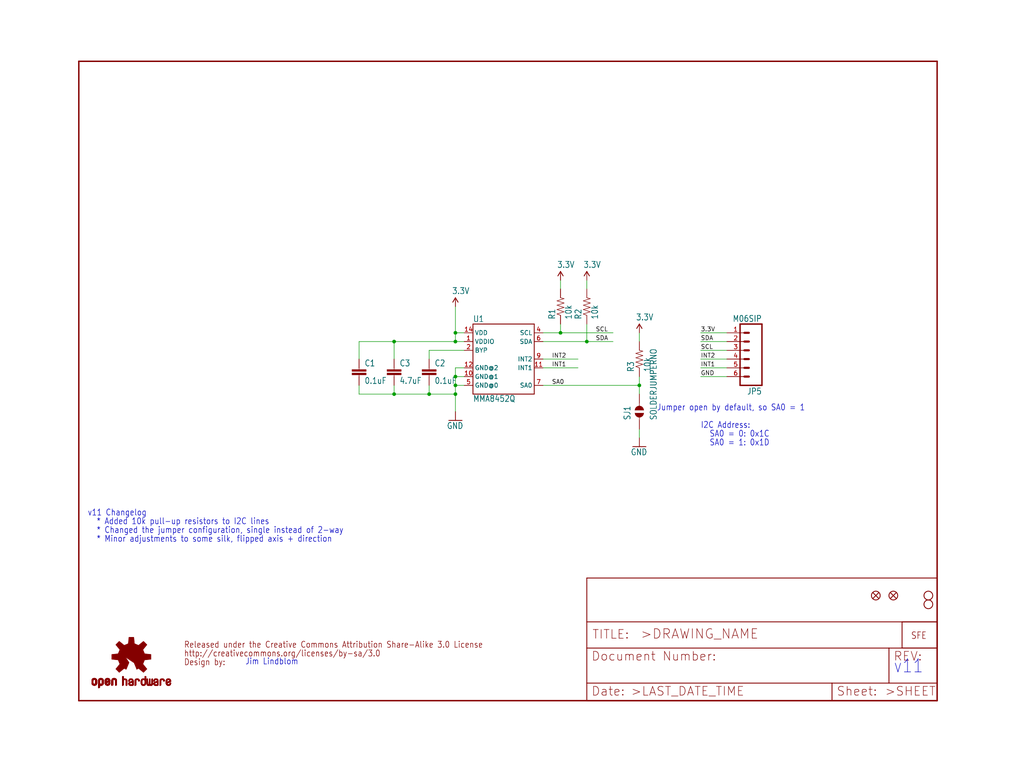
<source format=kicad_sch>
(kicad_sch (version 20211123) (generator eeschema)
  (paper "User" 297.002 223.926)
  (lib_symbols
    (symbol "eagleSchem-eagle-import:3.3V" (power)
      (property "Value" "3.3V" (at -1.016 3.556 0))
      (symbol "3.3V_1_0"
        (pin power_in line (at 0 0 90) (length 2.54) (name "3.3V") (number "1"))
      )
    )
    (symbol "eagleSchem-eagle-import:CAP0402-CAP"
      (property "Reference" "C" (at 1.524 2.921 0))
      (property "Value" "CAP0402-CAP" (at 1.524 -2.159 0))
      (symbol "CAP0402-CAP_1_0"
        (pin passive line (at 0 5.08 270) (length 2.54) (name "1") (number "1"))
        (pin passive line (at 0 -2.54 90) (length 2.54) (name "2") (number "2"))
      )
    )
    (symbol "eagleSchem-eagle-import:CREATIVE_COMMONS"
      (symbol "CREATIVE_COMMONS_1_0"
        (text "Design by:" (at 0 0 0) (effects (font (size 1.778 1.5113)) (justify left bottom)))
        (text "http://creativecommons.org/licenses/by-sa/3.0" (at 0 2.54 0) (effects (font (size 1.778 1.5113)) (justify left bottom)))
        (text "Released under the Creative Commons Attribution Share-Alike 3.0 License" (at 0 5.08 0) (effects (font (size 1.778 1.5113)) (justify left bottom)))
      )
    )
    (symbol "eagleSchem-eagle-import:FIDUCIALUFIDUCIAL")
    (symbol "eagleSchem-eagle-import:FRAME-LETTER"
      (symbol "FRAME-LETTER_2_0"
        (text ">DRAWING_NAME" (at 15.494 17.78 0) (effects (font (size 2.7432 2.7432)) (justify left bottom)))
        (text ">LAST_DATE_TIME" (at 12.7 1.27 0) (effects (font (size 2.54 2.54)) (justify left bottom)))
        (text ">SHEET" (at 86.36 1.27 0) (effects (font (size 2.54 2.54)) (justify left bottom)))
        (text "Date:" (at 1.27 1.27 0) (effects (font (size 2.54 2.54)) (justify left bottom)))
        (text "Document Number:" (at 1.27 11.43 0) (effects (font (size 2.54 2.54)) (justify left bottom)))
        (text "REV:" (at 88.9 11.43 0) (effects (font (size 2.54 2.54)) (justify left bottom)))
        (text "Sheet:" (at 72.39 1.27 0) (effects (font (size 2.54 2.54)) (justify left bottom)))
        (text "TITLE:" (at 1.524 17.78 0) (effects (font (size 2.54 2.54)) (justify left bottom)))
      )
    )
    (symbol "eagleSchem-eagle-import:GND" (power)
      (property "Value" "GND" (at -2.54 -2.54 0))
      (symbol "GND_1_0"
        (pin power_in line (at 0 2.54 270) (length 2.54) (name "GND") (number "1"))
      )
    )
    (symbol "eagleSchem-eagle-import:LOGO-SFESK"
      (symbol "LOGO-SFESK_1_0"
        (text "SFE" (at 0 0 0) (effects (font (size 1.9304 1.6408)) (justify left bottom)))
      )
    )
    (symbol "eagleSchem-eagle-import:M06SIP"
      (property "Reference" "JP" (at -5.08 10.922 0))
      (property "Value" "M06SIP" (at -5.08 -10.16 0))
      (symbol "M06SIP_1_0"
        (pin passive line (at 5.08 -5.08 180) (length 5.08) (name "1") (number "1"))
        (pin passive line (at 5.08 -2.54 180) (length 5.08) (name "2") (number "2"))
        (pin passive line (at 5.08 0 180) (length 5.08) (name "3") (number "3"))
        (pin passive line (at 5.08 2.54 180) (length 5.08) (name "4") (number "4"))
        (pin passive line (at 5.08 5.08 180) (length 5.08) (name "5") (number "5"))
        (pin passive line (at 5.08 7.62 180) (length 5.08) (name "6") (number "6"))
      )
    )
    (symbol "eagleSchem-eagle-import:MMA8452Q"
      (property "Reference" "U" (at -7.62 10.668 0))
      (property "Value" "MMA8452Q" (at -7.62 -12.446 0))
      (symbol "MMA8452Q_1_0"
        (pin bidirectional line (at -10.16 5.08 0) (length 2.54) (name "VDDIO") (number "1"))
        (pin bidirectional line (at -10.16 -5.08 0) (length 2.54) (name "GND@1") (number "10"))
        (pin bidirectional line (at 12.7 -2.54 180) (length 2.54) (name "INT1") (number "11"))
        (pin bidirectional line (at -10.16 -2.54 0) (length 2.54) (name "GND@2") (number "12"))
        (pin bidirectional line (at -10.16 7.62 0) (length 2.54) (name "VDD") (number "14"))
        (pin bidirectional line (at -10.16 2.54 0) (length 2.54) (name "BYP") (number "2"))
        (pin bidirectional line (at 12.7 7.62 180) (length 2.54) (name "SCL") (number "4"))
        (pin bidirectional line (at -10.16 -7.62 0) (length 2.54) (name "GND@0") (number "5"))
        (pin bidirectional line (at 12.7 5.08 180) (length 2.54) (name "SDA") (number "6"))
        (pin bidirectional line (at 12.7 -7.62 180) (length 2.54) (name "SA0") (number "7"))
        (pin bidirectional line (at 12.7 0 180) (length 2.54) (name "INT2") (number "9"))
      )
    )
    (symbol "eagleSchem-eagle-import:OSHW-LOGOS")
    (symbol "eagleSchem-eagle-import:RESISTOR0402-RES"
      (property "Reference" "R" (at -3.81 1.4986 0))
      (property "Value" "RESISTOR0402-RES" (at -3.81 -3.302 0))
      (symbol "RESISTOR0402-RES_1_0"
        (pin passive line (at -5.08 0 0) (length 2.54) (name "1") (number "1"))
        (pin passive line (at 5.08 0 180) (length 2.54) (name "2") (number "2"))
      )
    )
    (symbol "eagleSchem-eagle-import:SOLDERJUMPERNO"
      (property "Reference" "SJ" (at -2.54 2.54 0))
      (property "Value" "SOLDERJUMPERNO" (at -2.54 -5.08 0))
      (symbol "SOLDERJUMPERNO_1_0"
        (pin passive line (at -5.08 0 0) (length 2.54) (name "1") (number "1"))
        (pin passive line (at 5.08 0 180) (length 2.54) (name "2") (number "2"))
      )
    )
    (symbol "eagleSchem-eagle-import:STAND-OFF")
  )
  (junction (at 132.08 111.76))
  (junction (at 132.08 96.52))
  (junction (at 162.56 96.52))
  (junction (at 114.3 99.06))
  (junction (at 132.08 109.22))
  (junction (at 124.46 114.3))
  (junction (at 170.18 99.06))
  (junction (at 114.3 114.3))
  (junction (at 185.42 111.76))
  (junction (at 132.08 114.3))
  (junction (at 132.08 99.06))
  (wire (pts (xy 124.46 101.6) (xy 124.46 104.14)))
  (wire (pts (xy 124.46 111.76) (xy 124.46 114.3)))
  (wire (pts (xy 162.56 81.28) (xy 162.56 83.82)))
  (wire (pts (xy 132.08 106.68) (xy 132.08 109.22)))
  (wire (pts (xy 210.82 99.06) (xy 203.2 99.06)))
  (wire (pts (xy 170.18 99.06) (xy 170.18 93.98)))
  (wire (pts (xy 132.08 111.76) (xy 132.08 114.3)))
  (wire (pts (xy 185.42 114.3) (xy 185.42 111.76)))
  (wire (pts (xy 104.14 104.14) (xy 104.14 99.06)))
  (wire (pts (xy 114.3 111.76) (xy 114.3 114.3)))
  (wire (pts (xy 185.42 111.76) (xy 185.42 109.22)))
  (wire (pts (xy 210.82 109.22) (xy 203.2 109.22)))
  (wire (pts (xy 114.3 99.06) (xy 132.08 99.06)))
  (wire (pts (xy 157.48 106.68) (xy 167.64 106.68)))
  (wire (pts (xy 157.48 99.06) (xy 170.18 99.06)))
  (wire (pts (xy 162.56 96.52) (xy 162.56 93.98)))
  (wire (pts (xy 210.82 101.6) (xy 203.2 101.6)))
  (wire (pts (xy 132.08 96.52) (xy 132.08 88.9)))
  (wire (pts (xy 157.48 111.76) (xy 185.42 111.76)))
  (wire (pts (xy 104.14 114.3) (xy 114.3 114.3)))
  (wire (pts (xy 134.62 106.68) (xy 132.08 106.68)))
  (wire (pts (xy 210.82 104.14) (xy 203.2 104.14)))
  (wire (pts (xy 104.14 99.06) (xy 114.3 99.06)))
  (wire (pts (xy 132.08 114.3) (xy 132.08 119.38)))
  (wire (pts (xy 104.14 111.76) (xy 104.14 114.3)))
  (wire (pts (xy 157.48 96.52) (xy 162.56 96.52)))
  (wire (pts (xy 210.82 106.68) (xy 203.2 106.68)))
  (wire (pts (xy 134.62 111.76) (xy 132.08 111.76)))
  (wire (pts (xy 124.46 114.3) (xy 132.08 114.3)))
  (wire (pts (xy 185.42 127) (xy 185.42 124.46)))
  (wire (pts (xy 134.62 96.52) (xy 132.08 96.52)))
  (wire (pts (xy 170.18 81.28) (xy 170.18 83.82)))
  (wire (pts (xy 134.62 109.22) (xy 132.08 109.22)))
  (wire (pts (xy 132.08 109.22) (xy 132.08 111.76)))
  (wire (pts (xy 157.48 104.14) (xy 167.64 104.14)))
  (wire (pts (xy 162.56 96.52) (xy 177.8 96.52)))
  (wire (pts (xy 134.62 101.6) (xy 124.46 101.6)))
  (wire (pts (xy 132.08 99.06) (xy 132.08 96.52)))
  (wire (pts (xy 134.62 99.06) (xy 132.08 99.06)))
  (wire (pts (xy 114.3 104.14) (xy 114.3 99.06)))
  (wire (pts (xy 185.42 96.52) (xy 185.42 99.06)))
  (wire (pts (xy 114.3 114.3) (xy 124.46 114.3)))
  (wire (pts (xy 170.18 99.06) (xy 177.8 99.06)))
  (wire (pts (xy 210.82 96.52) (xy 203.2 96.52)))
  (text "v11" (at 259.08 195.58 180) (effects (font (size 3.81 3.2385)) (justify left bottom)))
  (text "* Minor adjustments to some silk, flipped axis + direction" (at 27.94 157.48 0) (effects (font (size 1.778 1.5113)) (justify left bottom)))
  (text "Jumper open by default, so SA0 = 1" (at 190.5 119.38 180) (effects (font (size 1.778 1.5113)) (justify left bottom)))
  (text "* Added 10k pull-up resistors to I2C lines" (at 27.94 152.4 180) (effects (font (size 1.778 1.5113)) (justify left bottom)))
  (text "SA0 = 1: 0x1D" (at 205.74 129.54 180) (effects (font (size 1.778 1.5113)) (justify left bottom)))
  (text "SA0 = 0: 0x1C" (at 205.74 127 180) (effects (font (size 1.778 1.5113)) (justify left bottom)))
  (text "Jim Lindblom" (at 71.12 193.04 180) (effects (font (size 1.778 1.5113)) (justify left bottom)))
  (text "* Changed the jumper configuration, single instead of 2-way" (at 27.94 154.94 0) (effects (font (size 1.778 1.5113)) (justify left bottom)))
  (text "v11 Changelog" (at 25.4 149.86 180) (effects (font (size 1.778 1.5113)) (justify left bottom)))
  (text "I2C Address:" (at 203.2 124.46 180) (effects (font (size 1.778 1.5113)) (justify left bottom)))
  (label "INT1" (at 160.02 106.68 0) (effects (font (size 1.2446 1.2446))))
  (label "INT2" (at 203.2 104.14 0) (effects (font (size 1.2446 1.2446))))
  (label "3.3V" (at 203.2 96.52 0) (effects (font (size 1.2446 1.2446))))
  (label "SA0" (at 160.02 111.76 0) (effects (font (size 1.2446 1.2446))))
  (label "INT1" (at 203.2 106.68 0) (effects (font (size 1.2446 1.2446))))
  (label "INT2" (at 160.02 104.14 0) (effects (font (size 1.2446 1.2446))))
  (label "SCL" (at 203.2 101.6 0) (effects (font (size 1.2446 1.2446))))
  (label "SCL" (at 172.72 96.52 0) (effects (font (size 1.2446 1.2446))))
  (label "GND" (at 203.2 109.22 0) (effects (font (size 1.2446 1.2446))))
  (label "SDA" (at 203.2 99.06 0) (effects (font (size 1.2446 1.2446))))
  (label "SDA" (at 172.72 99.06 0) (effects (font (size 1.2446 1.2446))))
  (symbol (lib_id "eagleSchem-eagle-import:SOLDERJUMPERNO") (at 185.42 119.38 90) (unit 1)
    (property "Reference" "SJ1" (at 182.88 121.92 0) (effects (font (size 1.778 1.5113)) (justify left bottom)))
    (property "Value" "SOLDERJUMPERNO" (at 190.5 121.92 0) (effects (font (size 1.778 1.5113)) (justify left bottom)))
    (property "Footprint" "eagleSchem:SJ_2S-NO" (effects hide))
  )
  (symbol (lib_id "eagleSchem-eagle-import:CREATIVE_COMMONS") (at 53.34 193.04 0) (unit 1)
    (property "Reference" "U$2" (effects hide))
    (property "Value" "CREATIVE_COMMONS" (effects hide))
    (property "Footprint" "eagleSchem:CREATIVE_COMMONS" (effects hide))
  )
  (symbol (lib_id "eagleSchem-eagle-import:RESISTOR0402-RES") (at 185.42 104.14 90) (unit 1)
    (property "Reference" "R3" (at 183.9214 107.95 0) (effects (font (size 1.778 1.5113)) (justify left bottom)))
    (property "Value" "10k" (at 188.722 107.95 0) (effects (font (size 1.778 1.5113)) (justify left bottom)))
    (property "Footprint" "eagleSchem:0402-RES" (effects hide))
  )
  (symbol (lib_id "eagleSchem-eagle-import:CAP0402-CAP") (at 124.46 109.22 0) (unit 1)
    (property "Reference" "C2" (at 125.984 106.299 0) (effects (font (size 1.778 1.5113)) (justify left bottom)))
    (property "Value" "0.1uF" (at 125.984 111.379 0) (effects (font (size 1.778 1.5113)) (justify left bottom)))
    (property "Footprint" "eagleSchem:0402-CAP" (effects hide))
  )
  (symbol (lib_id "eagleSchem-eagle-import:3.3V") (at 170.18 81.28 0) (unit 1)
    (property "Reference" "#P+3" (effects hide))
    (property "Value" "3.3V" (at 169.164 77.724 0) (effects (font (size 1.778 1.5113)) (justify left bottom)))
    (property "Footprint" "eagleSchem:" (effects hide))
  )
  (symbol (lib_id "eagleSchem-eagle-import:FIDUCIALUFIDUCIAL") (at 254 172.72 0) (unit 1)
    (property "Reference" "JP2" (effects hide))
    (property "Value" "FIDUCIALUFIDUCIAL" (effects hide))
    (property "Footprint" "eagleSchem:MICRO-FIDUCIAL" (effects hide))
  )
  (symbol (lib_id "eagleSchem-eagle-import:3.3V") (at 132.08 88.9 0) (unit 1)
    (property "Reference" "#P+1" (effects hide))
    (property "Value" "3.3V" (at 131.064 85.344 0) (effects (font (size 1.778 1.5113)) (justify left bottom)))
    (property "Footprint" "eagleSchem:" (effects hide))
  )
  (symbol (lib_id "eagleSchem-eagle-import:RESISTOR0402-RES") (at 162.56 88.9 90) (unit 1)
    (property "Reference" "R1" (at 161.0614 92.71 0) (effects (font (size 1.778 1.5113)) (justify left bottom)))
    (property "Value" "10k" (at 165.862 92.71 0) (effects (font (size 1.778 1.5113)) (justify left bottom)))
    (property "Footprint" "eagleSchem:0402-RES" (effects hide))
  )
  (symbol (lib_id "eagleSchem-eagle-import:M06SIP") (at 215.9 101.6 180) (unit 1)
    (property "Reference" "JP5" (at 220.98 112.522 0) (effects (font (size 1.778 1.5113)) (justify left bottom)))
    (property "Value" "M06SIP" (at 220.98 91.44 0) (effects (font (size 1.778 1.5113)) (justify left bottom)))
    (property "Footprint" "eagleSchem:1X06" (effects hide))
  )
  (symbol (lib_id "eagleSchem-eagle-import:GND") (at 132.08 121.92 0) (unit 1)
    (property "Reference" "#GND1" (effects hide))
    (property "Value" "GND" (at 129.54 124.46 0) (effects (font (size 1.778 1.5113)) (justify left bottom)))
    (property "Footprint" "eagleSchem:" (effects hide))
  )
  (symbol (lib_id "eagleSchem-eagle-import:LOGO-SFESK") (at 264.16 185.42 0) (unit 1)
    (property "Reference" "JP1" (effects hide))
    (property "Value" "LOGO-SFESK" (effects hide))
    (property "Footprint" "eagleSchem:SFE-LOGO-FLAME" (effects hide))
  )
  (symbol (lib_id "eagleSchem-eagle-import:OSHW-LOGOS") (at 38.1 190.5 0) (unit 1)
    (property "Reference" "U$1" (effects hide))
    (property "Value" "OSHW-LOGOS" (effects hide))
    (property "Footprint" "eagleSchem:OSHW-LOGO-S" (effects hide))
  )
  (symbol (lib_id "eagleSchem-eagle-import:MMA8452Q") (at 144.78 104.14 0) (unit 1)
    (property "Reference" "U1" (at 137.16 93.472 0) (effects (font (size 1.778 1.5113)) (justify left bottom)))
    (property "Value" "MMA8452Q" (at 137.16 116.586 0) (effects (font (size 1.778 1.5113)) (justify left bottom)))
    (property "Footprint" "eagleSchem:QFN-16_0.5MM" (effects hide))
  )
  (symbol (lib_id "eagleSchem-eagle-import:CAP0402-CAP") (at 104.14 109.22 0) (unit 1)
    (property "Reference" "C1" (at 105.664 106.299 0) (effects (font (size 1.778 1.5113)) (justify left bottom)))
    (property "Value" "0.1uF" (at 105.664 111.379 0) (effects (font (size 1.778 1.5113)) (justify left bottom)))
    (property "Footprint" "eagleSchem:0402-CAP" (effects hide))
  )
  (symbol (lib_id "eagleSchem-eagle-import:FRAME-LETTER") (at 22.86 203.2 0) (unit 1)
    (property "Reference" "#FRAME1" (effects hide))
    (property "Value" "FRAME-LETTER" (effects hide))
    (property "Footprint" "eagleSchem:" (effects hide))
  )
  (symbol (lib_id "eagleSchem-eagle-import:RESISTOR0402-RES") (at 170.18 88.9 90) (unit 1)
    (property "Reference" "R2" (at 168.6814 92.71 0) (effects (font (size 1.778 1.5113)) (justify left bottom)))
    (property "Value" "10k" (at 173.482 92.71 0) (effects (font (size 1.778 1.5113)) (justify left bottom)))
    (property "Footprint" "eagleSchem:0402-RES" (effects hide))
  )
  (symbol (lib_id "eagleSchem-eagle-import:CAP0402-CAP") (at 114.3 109.22 0) (unit 1)
    (property "Reference" "C3" (at 115.824 106.299 0) (effects (font (size 1.778 1.5113)) (justify left bottom)))
    (property "Value" "4.7uF" (at 115.824 111.379 0) (effects (font (size 1.778 1.5113)) (justify left bottom)))
    (property "Footprint" "eagleSchem:0402-CAP" (effects hide))
  )
  (symbol (lib_id "eagleSchem-eagle-import:GND") (at 185.42 129.54 0) (unit 1)
    (property "Reference" "#GND2" (effects hide))
    (property "Value" "GND" (at 182.88 132.08 0) (effects (font (size 1.778 1.5113)) (justify left bottom)))
    (property "Footprint" "eagleSchem:" (effects hide))
  )
  (symbol (lib_id "eagleSchem-eagle-import:STAND-OFF") (at 269.24 172.72 0) (unit 1)
    (property "Reference" "JP3" (effects hide))
    (property "Value" "STAND-OFF" (effects hide))
    (property "Footprint" "eagleSchem:STAND-OFF" (effects hide))
  )
  (symbol (lib_id "eagleSchem-eagle-import:3.3V") (at 162.56 81.28 0) (unit 1)
    (property "Reference" "#P+2" (effects hide))
    (property "Value" "3.3V" (at 161.544 77.724 0) (effects (font (size 1.778 1.5113)) (justify left bottom)))
    (property "Footprint" "eagleSchem:" (effects hide))
  )
  (symbol (lib_id "eagleSchem-eagle-import:FIDUCIALUFIDUCIAL") (at 259.08 172.72 0) (unit 1)
    (property "Reference" "JP6" (effects hide))
    (property "Value" "FIDUCIALUFIDUCIAL" (effects hide))
    (property "Footprint" "eagleSchem:MICRO-FIDUCIAL" (effects hide))
  )
  (symbol (lib_id "eagleSchem-eagle-import:STAND-OFF") (at 269.24 175.26 0) (unit 1)
    (property "Reference" "JP4" (effects hide))
    (property "Value" "STAND-OFF" (effects hide))
    (property "Footprint" "eagleSchem:STAND-OFF" (effects hide))
  )
  (symbol (lib_id "eagleSchem-eagle-import:FRAME-LETTER") (at 170.18 203.2 0) (unit 2)
    (property "Reference" "#FRAME1" (effects hide))
    (property "Value" "FRAME-LETTER" (effects hide))
    (property "Footprint" "eagleSchem:" (effects hide))
  )
  (symbol (lib_id "eagleSchem-eagle-import:3.3V") (at 185.42 96.52 0) (unit 1)
    (property "Reference" "#P+4" (effects hide))
    (property "Value" "3.3V" (at 184.404 92.964 0) (effects (font (size 1.778 1.5113)) (justify left bottom)))
    (property "Footprint" "eagleSchem:" (effects hide))
  )
)
</source>
